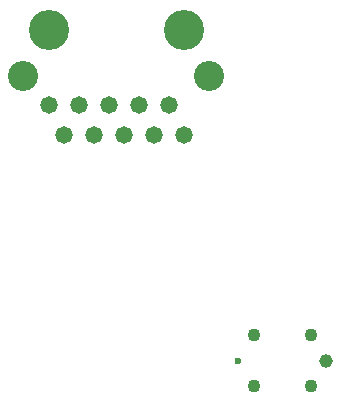
<source format=gbr>
G04 ================== begin FILE IDENTIFICATION RECORD ==================*
G04 Layout Name:  D:/Projects/OwnProjects/PultonPCBTest/allegro/pultonpcbtest.brd*
G04 Film Name:    BOTTOM*
G04 File Format:  Gerber RS274X*
G04 File Origin:  Cadence Allegro 23.1-S005*
G04 Origin Date:  Tue Jul  2 16:59:14 2024*
G04 *
G04 Layer:  ETCH/BOTTOM*
G04 Layer:  PIN/BOTTOM*
G04 Layer:  VIA CLASS/BOTTOM*
G04 *
G04 Offset:    (0.0000 0.0000)*
G04 Mirror:    No*
G04 Mode:      Positive*
G04 Rotation:  0*
G04 FullContactRelief:  No*
G04 UndefLineWidth:     0.0000*
G04 ================== end FILE IDENTIFICATION RECORD ====================*
%FSLAX25Y25*MOMM*%
%IR0*IPPOS*OFA0.00000B0.00000*MIA0B0*SFA1.00000B1.00000*%
%ADD14C,.5999*%
%ADD13C,1.1001*%
%ADD10C,3.4*%
%ADD12C,1.478*%
%ADD15C,1.1699*%
%ADD11C,2.5499*%
%LPD*%
G75*
G54D10*
X8534400Y26492200D03*
X9677400D03*
G54D11*
X8318400Y26103200D03*
X9893400D03*
G54D12*
X8534400Y25857200D03*
X8661400Y25603200D03*
X8788400Y25857200D03*
X8915400Y25603200D03*
X9042400Y25857200D03*
X9169400Y25603200D03*
X9296400Y25857200D03*
X9423400Y25603200D03*
X9550400Y25857200D03*
X9677400Y25603200D03*
G54D13*
X10271200Y23475900D03*
Y23905900D03*
X10751200Y23475900D03*
Y23905900D03*
G54D14*
X10136200Y23690900D03*
G54D15*
X10886200D03*
M02*

</source>
